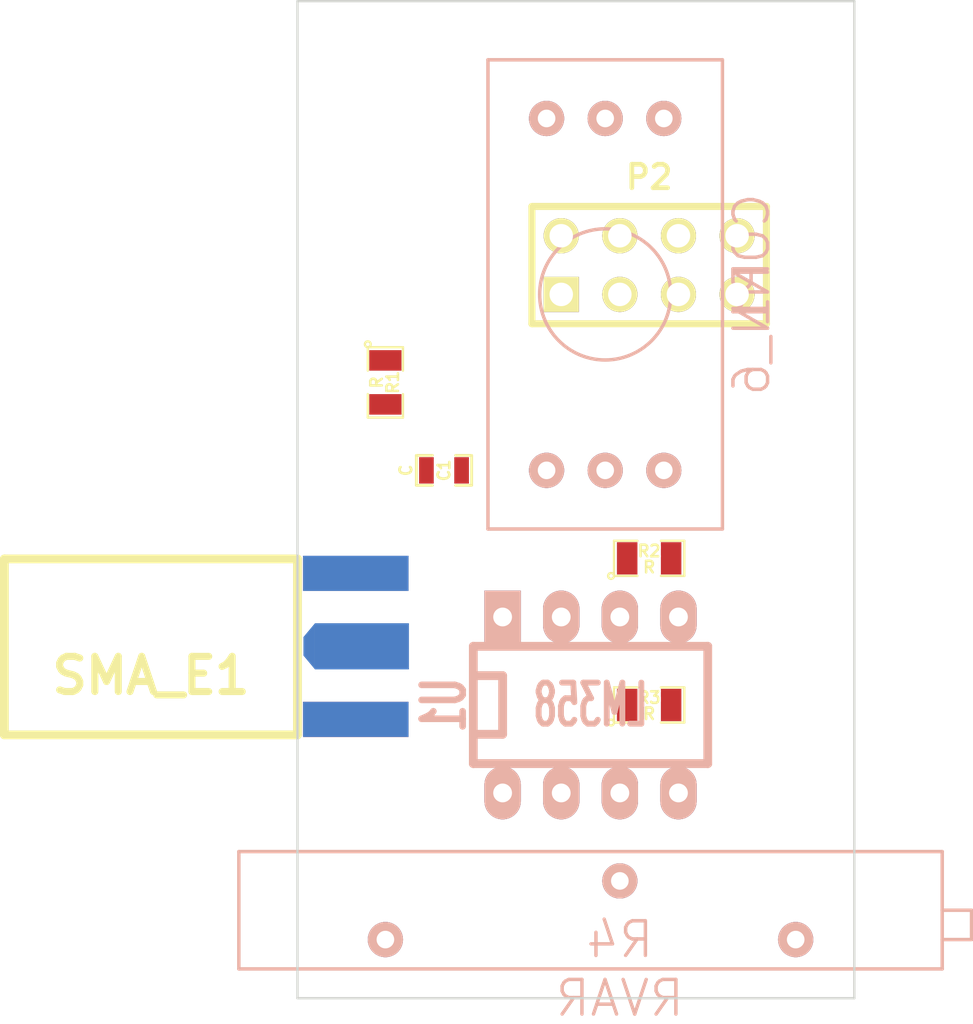
<source format=kicad_pcb>
(kicad_pcb (version 3) (host pcbnew "(2013-may-18)-stable")

  (general
    (links 21)
    (no_connects 21)
    (area 209.990267 148.539999 253.059001 192.849)
    (thickness 1.6)
    (drawings 4)
    (tracks 0)
    (zones 0)
    (modules 9)
    (nets 12)
  )

  (page A3)
  (title_block 
    (title "SIPM CONTROLLER")
  )

  (layers
    (15 F.Cu signal)
    (0 B.Cu signal)
    (16 B.Adhes user)
    (17 F.Adhes user)
    (18 B.Paste user)
    (19 F.Paste user)
    (20 B.SilkS user)
    (21 F.SilkS user)
    (22 B.Mask user)
    (23 F.Mask user)
    (24 Dwgs.User user)
    (25 Cmts.User user)
    (26 Eco1.User user)
    (27 Eco2.User user)
    (28 Edge.Cuts user)
  )

  (setup
    (last_trace_width 0.254)
    (trace_clearance 0.254)
    (zone_clearance 0.508)
    (zone_45_only no)
    (trace_min 0.254)
    (segment_width 0.2)
    (edge_width 0.1)
    (via_size 0.889)
    (via_drill 0.635)
    (via_min_size 0.889)
    (via_min_drill 0.508)
    (uvia_size 0.508)
    (uvia_drill 0.127)
    (uvias_allowed no)
    (uvia_min_size 0.508)
    (uvia_min_drill 0.127)
    (pcb_text_width 0.3)
    (pcb_text_size 1.5 1.5)
    (mod_edge_width 0.15)
    (mod_text_size 1 1)
    (mod_text_width 0.15)
    (pad_size 1.5 1.5)
    (pad_drill 0.6)
    (pad_to_mask_clearance 0)
    (aux_axis_origin 0 0)
    (visible_elements FFFFFFBF)
    (pcbplotparams
      (layerselection 3178497)
      (usegerberextensions true)
      (excludeedgelayer true)
      (linewidth 0.150000)
      (plotframeref false)
      (viasonmask false)
      (mode 1)
      (useauxorigin false)
      (hpglpennumber 1)
      (hpglpenspeed 20)
      (hpglpendiameter 15)
      (hpglpenoverlay 2)
      (psnegative false)
      (psa4output false)
      (plotreference true)
      (plotvalue true)
      (plotothertext true)
      (plotinvisibletext false)
      (padsonsilk false)
      (subtractmaskfromsilk false)
      (outputformat 1)
      (mirror false)
      (drillshape 1)
      (scaleselection 1)
      (outputdirectory ""))
  )

  (net 0 "")
  (net 1 +3.3V)
  (net 2 +36V)
  (net 3 GND)
  (net 4 N-000001)
  (net 5 N-0000010)
  (net 6 N-0000011)
  (net 7 N-000003)
  (net 8 N-000004)
  (net 9 N-000005)
  (net 10 N-000006)
  (net 11 N-000007)

  (net_class Default "This is the default net class."
    (clearance 0.254)
    (trace_width 0.254)
    (via_dia 0.889)
    (via_drill 0.635)
    (uvia_dia 0.508)
    (uvia_drill 0.127)
    (add_net "")
    (add_net +3.3V)
    (add_net +36V)
    (add_net GND)
    (add_net N-000001)
    (add_net N-0000010)
    (add_net N-0000011)
    (add_net N-000003)
    (add_net N-000004)
    (add_net N-000005)
    (add_net N-000006)
    (add_net N-000007)
  )

  (module SMA_EDGE (layer F.Cu) (tedit 4E84D3BE) (tstamp 53333967)
    (at 217.17 177.8 180)
    (path /5331EE10)
    (fp_text reference SMA_E1 (at 0 0 180) (layer F.SilkS)
      (effects (font (size 1.524 1.524) (thickness 0.3048)))
    )
    (fp_text value SMA_EDGE (at 0 2.54 180) (layer F.SilkS) hide
      (effects (font (size 1.524 1.524) (thickness 0.3048)))
    )
    (fp_line (start -6.35 -2.5654) (end -6.35 5.0546) (layer F.SilkS) (width 0.381))
    (fp_line (start -6.35 5.0546) (end 6.35 5.0546) (layer F.SilkS) (width 0.381))
    (fp_line (start 6.35 5.0546) (end 6.35 -2.5654) (layer F.SilkS) (width 0.381))
    (fp_line (start 6.35 -2.5654) (end -6.35 -2.5654) (layer F.SilkS) (width 0.381))
    (pad 0 connect rect (at -8.8773 -1.89484 180) (size 4.572 1.524)
      (layers *.Cu F.Mask)
      (net 3 GND)
    )
    (pad 1 connect trapezoid (at -6.858 1.27 180) (size 0.50038 1.39954) (rect_delta 0.59944 0 )
      (layers B.Cu F.Mask)
      (net 6 N-0000011)
    )
    (pad 2 connect rect (at -8.8773 4.42976 180) (size 4.572 1.524)
      (layers *.Cu F.Mask)
      (net 3 GND)
    )
    (pad 1 connect rect (at -9.144 1.27 180) (size 4.07162 1.99898)
      (layers B.Cu F.Mask)
      (net 6 N-0000011)
    )
    (model SMA_EDGE.wrl
      (at (xyz -0.205 -0.05 -0.12))
      (scale (xyz 1.3 1.3 1.3))
      (rotate (xyz 270 0 180))
    )
  )

  (module SM0805 (layer F.Cu) (tedit 5091495C) (tstamp 53333974)
    (at 238.76 179.07)
    (path /5331EDEE)
    (attr smd)
    (fp_text reference R3 (at 0 -0.3175) (layer F.SilkS)
      (effects (font (size 0.50038 0.50038) (thickness 0.10922)))
    )
    (fp_text value R (at 0 0.381) (layer F.SilkS)
      (effects (font (size 0.50038 0.50038) (thickness 0.10922)))
    )
    (fp_circle (center -1.651 0.762) (end -1.651 0.635) (layer F.SilkS) (width 0.09906))
    (fp_line (start -0.508 0.762) (end -1.524 0.762) (layer F.SilkS) (width 0.09906))
    (fp_line (start -1.524 0.762) (end -1.524 -0.762) (layer F.SilkS) (width 0.09906))
    (fp_line (start -1.524 -0.762) (end -0.508 -0.762) (layer F.SilkS) (width 0.09906))
    (fp_line (start 0.508 -0.762) (end 1.524 -0.762) (layer F.SilkS) (width 0.09906))
    (fp_line (start 1.524 -0.762) (end 1.524 0.762) (layer F.SilkS) (width 0.09906))
    (fp_line (start 1.524 0.762) (end 0.508 0.762) (layer F.SilkS) (width 0.09906))
    (pad 1 smd rect (at -0.9525 0) (size 0.889 1.397)
      (layers F.Cu F.Paste F.Mask)
      (net 5 N-0000010)
    )
    (pad 2 smd rect (at 0.9525 0) (size 0.889 1.397)
      (layers F.Cu F.Paste F.Mask)
      (net 3 GND)
    )
    (model smd/chip_cms.wrl
      (at (xyz 0 0 0))
      (scale (xyz 0.1 0.1 0.1))
      (rotate (xyz 0 0 0))
    )
  )

  (module SM0805 (layer F.Cu) (tedit 5091495C) (tstamp 53333981)
    (at 238.76 172.72)
    (path /5331EFAF)
    (attr smd)
    (fp_text reference R2 (at 0 -0.3175) (layer F.SilkS)
      (effects (font (size 0.50038 0.50038) (thickness 0.10922)))
    )
    (fp_text value R (at 0 0.381) (layer F.SilkS)
      (effects (font (size 0.50038 0.50038) (thickness 0.10922)))
    )
    (fp_circle (center -1.651 0.762) (end -1.651 0.635) (layer F.SilkS) (width 0.09906))
    (fp_line (start -0.508 0.762) (end -1.524 0.762) (layer F.SilkS) (width 0.09906))
    (fp_line (start -1.524 0.762) (end -1.524 -0.762) (layer F.SilkS) (width 0.09906))
    (fp_line (start -1.524 -0.762) (end -0.508 -0.762) (layer F.SilkS) (width 0.09906))
    (fp_line (start 0.508 -0.762) (end 1.524 -0.762) (layer F.SilkS) (width 0.09906))
    (fp_line (start 1.524 -0.762) (end 1.524 0.762) (layer F.SilkS) (width 0.09906))
    (fp_line (start 1.524 0.762) (end 0.508 0.762) (layer F.SilkS) (width 0.09906))
    (pad 1 smd rect (at -0.9525 0) (size 0.889 1.397)
      (layers F.Cu F.Paste F.Mask)
      (net 4 N-000001)
    )
    (pad 2 smd rect (at 0.9525 0) (size 0.889 1.397)
      (layers F.Cu F.Paste F.Mask)
      (net 3 GND)
    )
    (model smd/chip_cms.wrl
      (at (xyz 0 0 0))
      (scale (xyz 0.1 0.1 0.1))
      (rotate (xyz 0 0 0))
    )
  )

  (module SM0805 (layer F.Cu) (tedit 5091495C) (tstamp 5333398E)
    (at 227.33 165.1 270)
    (path /5331F023)
    (attr smd)
    (fp_text reference R1 (at 0 -0.3175 270) (layer F.SilkS)
      (effects (font (size 0.50038 0.50038) (thickness 0.10922)))
    )
    (fp_text value R (at 0 0.381 270) (layer F.SilkS)
      (effects (font (size 0.50038 0.50038) (thickness 0.10922)))
    )
    (fp_circle (center -1.651 0.762) (end -1.651 0.635) (layer F.SilkS) (width 0.09906))
    (fp_line (start -0.508 0.762) (end -1.524 0.762) (layer F.SilkS) (width 0.09906))
    (fp_line (start -1.524 0.762) (end -1.524 -0.762) (layer F.SilkS) (width 0.09906))
    (fp_line (start -1.524 -0.762) (end -0.508 -0.762) (layer F.SilkS) (width 0.09906))
    (fp_line (start 0.508 -0.762) (end 1.524 -0.762) (layer F.SilkS) (width 0.09906))
    (fp_line (start 1.524 -0.762) (end 1.524 0.762) (layer F.SilkS) (width 0.09906))
    (fp_line (start 1.524 0.762) (end 0.508 0.762) (layer F.SilkS) (width 0.09906))
    (pad 1 smd rect (at -0.9525 0 270) (size 0.889 1.397)
      (layers F.Cu F.Paste F.Mask)
      (net 2 +36V)
    )
    (pad 2 smd rect (at 0.9525 0 270) (size 0.889 1.397)
      (layers F.Cu F.Paste F.Mask)
      (net 11 N-000007)
    )
    (model smd/chip_cms.wrl
      (at (xyz 0 0 0))
      (scale (xyz 0.1 0.1 0.1))
      (rotate (xyz 0 0 0))
    )
  )

  (module SM0603_Capa (layer F.Cu) (tedit 5051B1EC) (tstamp 5333399A)
    (at 229.87 168.91)
    (path /5331EF60)
    (attr smd)
    (fp_text reference C1 (at 0 0 90) (layer F.SilkS)
      (effects (font (size 0.508 0.4572) (thickness 0.1143)))
    )
    (fp_text value C (at -1.651 0 90) (layer F.SilkS)
      (effects (font (size 0.508 0.4572) (thickness 0.1143)))
    )
    (fp_line (start 0.50038 0.65024) (end 1.19888 0.65024) (layer F.SilkS) (width 0.11938))
    (fp_line (start -0.50038 0.65024) (end -1.19888 0.65024) (layer F.SilkS) (width 0.11938))
    (fp_line (start 0.50038 -0.65024) (end 1.19888 -0.65024) (layer F.SilkS) (width 0.11938))
    (fp_line (start -1.19888 -0.65024) (end -0.50038 -0.65024) (layer F.SilkS) (width 0.11938))
    (fp_line (start 1.19888 -0.635) (end 1.19888 0.635) (layer F.SilkS) (width 0.11938))
    (fp_line (start -1.19888 0.635) (end -1.19888 -0.635) (layer F.SilkS) (width 0.11938))
    (pad 1 smd rect (at -0.762 0) (size 0.635 1.143)
      (layers F.Cu F.Paste F.Mask)
      (net 3 GND)
    )
    (pad 2 smd rect (at 0.762 0) (size 0.635 1.143)
      (layers F.Cu F.Paste F.Mask)
      (net 11 N-000007)
    )
    (model smd\capacitors\C0603.wrl
      (at (xyz 0 0 0.001))
      (scale (xyz 0.5 0.5 0.5))
      (rotate (xyz 0 0 0))
    )
  )

  (module SiPM (layer B.Cu) (tedit 53321225) (tstamp 533339A9)
    (at 243.205 161.29 270)
    (path /5332165C)
    (fp_text reference P1 (at 0 0 270) (layer B.SilkS)
      (effects (font (size 1.5 1.5) (thickness 0.15)) (justify mirror))
    )
    (fp_text value CONN_6 (at 0 0 270) (layer B.SilkS)
      (effects (font (size 1.5 1.5) (thickness 0.15)) (justify mirror))
    )
    (fp_circle (center 0 6.35) (end -1.27 3.81) (layer B.SilkS) (width 0.15))
    (fp_line (start 10.16 11.43) (end -10.16 11.43) (layer B.SilkS) (width 0.15))
    (fp_line (start -10.16 11.43) (end -10.16 1.27) (layer B.SilkS) (width 0.15))
    (fp_line (start -10.16 1.27) (end 10.16 1.27) (layer B.SilkS) (width 0.15))
    (fp_line (start 10.16 1.27) (end 10.16 11.43) (layer B.SilkS) (width 0.15))
    (pad 3 thru_hole circle (at -7.62 3.81 270) (size 1.524 1.524) (drill 0.762)
      (layers *.Cu *.Mask B.SilkS)
      (net 8 N-000004)
    )
    (pad 2 thru_hole circle (at -7.62 6.35 270) (size 1.524 1.524) (drill 0.762)
      (layers *.Cu *.Mask B.SilkS)
      (net 9 N-000005)
    )
    (pad 1 thru_hole circle (at -7.62 8.89 270) (size 1.524 1.524) (drill 0.762)
      (layers *.Cu *.Mask B.SilkS)
      (net 10 N-000006)
    )
    (pad 6 thru_hole circle (at 7.62 3.81 270) (size 1.524 1.524) (drill 0.762)
      (layers *.Cu *.Mask B.SilkS)
      (net 7 N-000003)
    )
    (pad 5 thru_hole circle (at 7.62 6.35 270) (size 1.524 1.524) (drill 0.762)
      (layers *.Cu *.Mask B.SilkS)
      (net 4 N-000001)
    )
    (pad 4 thru_hole circle (at 7.62 8.89 270) (size 1.524 1.524) (drill 0.762)
      (layers *.Cu *.Mask B.SilkS)
      (net 11 N-000007)
    )
  )

  (module pin_array_4x2 (layer F.Cu) (tedit 3FAB90E6) (tstamp 533339B9)
    (at 238.76 160.02)
    (descr "Double rangee de contacts 2 x 4 pins")
    (tags CONN)
    (path /5332170D)
    (fp_text reference P2 (at 0 -3.81) (layer F.SilkS)
      (effects (font (size 1.016 1.016) (thickness 0.2032)))
    )
    (fp_text value CONN_7 (at 0 3.81) (layer F.SilkS) hide
      (effects (font (size 1.016 1.016) (thickness 0.2032)))
    )
    (fp_line (start -5.08 -2.54) (end 5.08 -2.54) (layer F.SilkS) (width 0.3048))
    (fp_line (start 5.08 -2.54) (end 5.08 2.54) (layer F.SilkS) (width 0.3048))
    (fp_line (start 5.08 2.54) (end -5.08 2.54) (layer F.SilkS) (width 0.3048))
    (fp_line (start -5.08 2.54) (end -5.08 -2.54) (layer F.SilkS) (width 0.3048))
    (pad 1 thru_hole rect (at -3.81 1.27) (size 1.524 1.524) (drill 1.016)
      (layers *.Cu *.Mask F.SilkS)
      (net 2 +36V)
    )
    (pad 2 thru_hole circle (at -3.81 -1.27) (size 1.524 1.524) (drill 1.016)
      (layers *.Cu *.Mask F.SilkS)
      (net 10 N-000006)
    )
    (pad 3 thru_hole circle (at -1.27 1.27) (size 1.524 1.524) (drill 1.016)
      (layers *.Cu *.Mask F.SilkS)
      (net 7 N-000003)
    )
    (pad 4 thru_hole circle (at -1.27 -1.27) (size 1.524 1.524) (drill 1.016)
      (layers *.Cu *.Mask F.SilkS)
      (net 9 N-000005)
    )
    (pad 5 thru_hole circle (at 1.27 1.27) (size 1.524 1.524) (drill 1.016)
      (layers *.Cu *.Mask F.SilkS)
      (net 3 GND)
    )
    (pad 6 thru_hole circle (at 1.27 -1.27) (size 1.524 1.524) (drill 1.016)
      (layers *.Cu *.Mask F.SilkS)
      (net 8 N-000004)
    )
    (pad 7 thru_hole circle (at 3.81 1.27) (size 1.524 1.524) (drill 1.016)
      (layers *.Cu *.Mask F.SilkS)
      (net 1 +3.3V)
    )
    (pad 8 thru_hole circle (at 3.81 -1.27) (size 1.524 1.524) (drill 1.016)
      (layers *.Cu *.Mask F.SilkS)
    )
    (model pin_array/pins_array_4x2.wrl
      (at (xyz 0 0 0))
      (scale (xyz 1 1 1))
      (rotate (xyz 0 0 0))
    )
  )

  (module DIP-8__300_ELL (layer B.Cu) (tedit 200000) (tstamp 533339CC)
    (at 236.22 179.07)
    (descr "8 pins DIL package, elliptical pads")
    (tags DIL)
    (path /5331EDA1)
    (fp_text reference U1 (at -6.35 0 270) (layer B.SilkS)
      (effects (font (size 1.778 1.143) (thickness 0.3048)) (justify mirror))
    )
    (fp_text value LM358 (at 0 0) (layer B.SilkS)
      (effects (font (size 1.778 1.016) (thickness 0.3048)) (justify mirror))
    )
    (fp_line (start -5.08 1.27) (end -3.81 1.27) (layer B.SilkS) (width 0.381))
    (fp_line (start -3.81 1.27) (end -3.81 -1.27) (layer B.SilkS) (width 0.381))
    (fp_line (start -3.81 -1.27) (end -5.08 -1.27) (layer B.SilkS) (width 0.381))
    (fp_line (start -5.08 2.54) (end 5.08 2.54) (layer B.SilkS) (width 0.381))
    (fp_line (start 5.08 2.54) (end 5.08 -2.54) (layer B.SilkS) (width 0.381))
    (fp_line (start 5.08 -2.54) (end -5.08 -2.54) (layer B.SilkS) (width 0.381))
    (fp_line (start -5.08 -2.54) (end -5.08 2.54) (layer B.SilkS) (width 0.381))
    (pad 1 thru_hole rect (at -3.81 -3.81) (size 1.5748 2.286) (drill 0.8128)
      (layers *.Cu *.Mask B.SilkS)
      (net 6 N-0000011)
    )
    (pad 2 thru_hole oval (at -1.27 -3.81) (size 1.5748 2.286) (drill 0.8128)
      (layers *.Cu *.Mask B.SilkS)
      (net 5 N-0000010)
    )
    (pad 3 thru_hole oval (at 1.27 -3.81) (size 1.5748 2.286) (drill 0.8128)
      (layers *.Cu *.Mask B.SilkS)
      (net 4 N-000001)
    )
    (pad 4 thru_hole oval (at 3.81 -3.81) (size 1.5748 2.286) (drill 0.8128)
      (layers *.Cu *.Mask B.SilkS)
      (net 3 GND)
    )
    (pad 5 thru_hole oval (at 3.81 3.81) (size 1.5748 2.286) (drill 0.8128)
      (layers *.Cu *.Mask B.SilkS)
    )
    (pad 6 thru_hole oval (at 1.27 3.81) (size 1.5748 2.286) (drill 0.8128)
      (layers *.Cu *.Mask B.SilkS)
    )
    (pad 7 thru_hole oval (at -1.27 3.81) (size 1.5748 2.286) (drill 0.8128)
      (layers *.Cu *.Mask B.SilkS)
    )
    (pad 8 thru_hole oval (at -3.81 3.81) (size 1.5748 2.286) (drill 0.8128)
      (layers *.Cu *.Mask B.SilkS)
      (net 1 +3.3V)
    )
    (model dil/dil_8.wrl
      (at (xyz 0 0 0))
      (scale (xyz 1 1 1))
      (rotate (xyz 0 0 0))
    )
  )

  (module 3059Y (layer B.Cu) (tedit 53320FB5) (tstamp 533339DA)
    (at 237.49 189.23 180)
    (path /5331EE6B)
    (fp_text reference R4 (at 0 0 180) (layer B.SilkS)
      (effects (font (size 1.5 1.5) (thickness 0.15)) (justify mirror))
    )
    (fp_text value RVAR (at 0 -2.54 180) (layer B.SilkS)
      (effects (font (size 1.5 1.5) (thickness 0.15)) (justify mirror))
    )
    (fp_line (start -13.97 1.27) (end -15.24 1.27) (layer B.SilkS) (width 0.15))
    (fp_line (start -15.24 1.27) (end -15.24 0) (layer B.SilkS) (width 0.15))
    (fp_line (start -15.24 0) (end -13.97 0) (layer B.SilkS) (width 0.15))
    (fp_line (start -13.97 3.81) (end 16.51 3.81) (layer B.SilkS) (width 0.15))
    (fp_line (start 16.51 -1.27) (end -13.97 -1.27) (layer B.SilkS) (width 0.15))
    (fp_line (start 16.51 -1.27) (end 16.51 3.81) (layer B.SilkS) (width 0.15))
    (fp_line (start -13.97 -1.27) (end -13.97 3.81) (layer B.SilkS) (width 0.15))
    (pad 2 thru_hole circle (at 0 2.54 180) (size 1.524 1.524) (drill 0.762)
      (layers *.Cu *.Mask B.SilkS)
      (net 6 N-0000011)
    )
    (pad 1 thru_hole circle (at -7.62 0 180) (size 1.524 1.524) (drill 0.762)
      (layers *.Cu *.Mask B.SilkS)
      (net 5 N-0000010)
    )
    (pad 3 thru_hole circle (at 10.16 0 180) (size 1.524 1.524) (drill 0.762)
      (layers *.Cu *.Mask B.SilkS)
    )
  )

  (gr_line (start 223.52 148.59) (end 223.52 191.77) (angle 90) (layer Edge.Cuts) (width 0.1))
  (gr_line (start 247.65 148.59) (end 223.52 148.59) (angle 90) (layer Edge.Cuts) (width 0.1))
  (gr_line (start 247.65 191.77) (end 247.65 148.59) (angle 90) (layer Edge.Cuts) (width 0.1))
  (gr_line (start 223.52 191.77) (end 247.65 191.77) (angle 90) (layer Edge.Cuts) (width 0.1))

)

</source>
